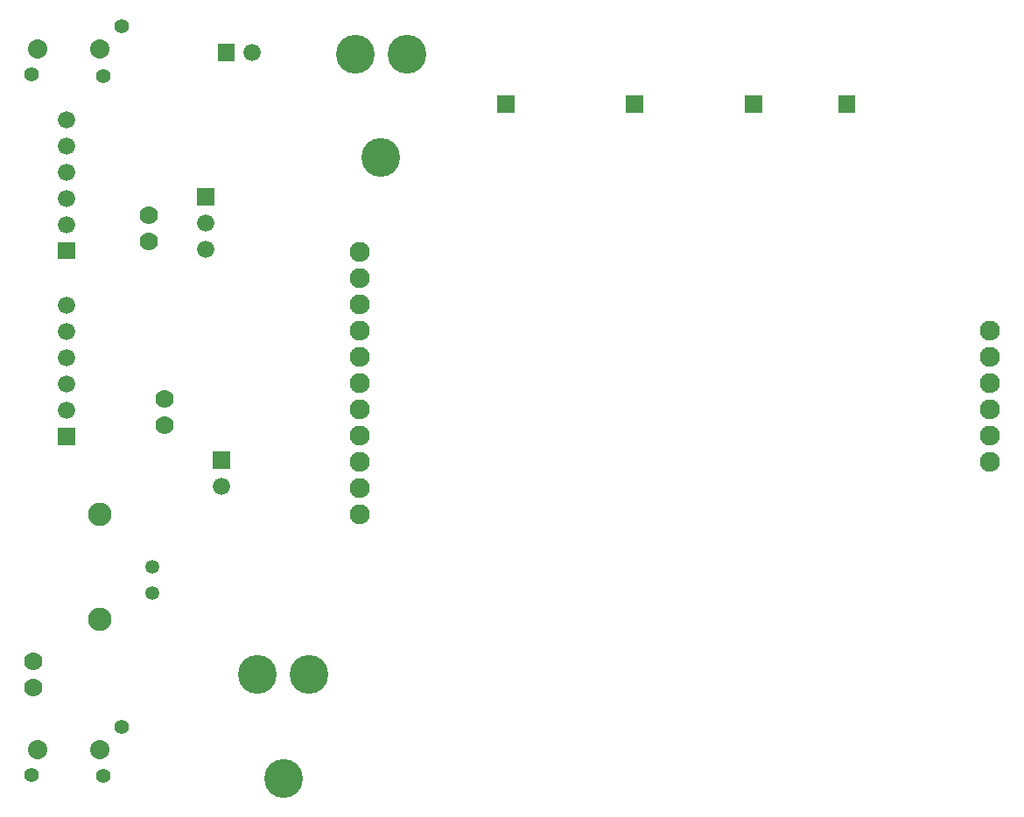
<source format=gbr>
G04 start of page 12 for group -4062 idx -4062 *
G04 Title: uhx1_board, soldermask *
G04 Creator: pcb 20110918 *
G04 CreationDate: Wed Nov 21 15:50:15 2012 UTC *
G04 For: alpsayin *
G04 Format: Gerber/RS-274X *
G04 PCB-Dimensions: 472441 385827 *
G04 PCB-Coordinate-Origin: lower left *
%MOIN*%
%FSLAX25Y25*%
%LNBOTTOMMASK*%
%ADD193C,0.0001*%
%ADD192C,0.0660*%
%ADD191C,0.0760*%
%ADD190C,0.0700*%
%ADD189C,0.0734*%
%ADD188C,0.0532*%
%ADD187C,0.0893*%
%ADD186C,0.0548*%
%ADD185C,0.1477*%
G54D185*X102278Y83664D03*
X112121Y44294D03*
X121964Y83664D03*
G54D186*X16299Y45465D03*
X43465Y45071D03*
G54D187*X42335Y104759D03*
G54D188*X62335Y114759D03*
Y124759D03*
G54D189*X18661Y55308D03*
G54D190*X17000Y88827D03*
Y78827D03*
G54D189*X42283Y55308D03*
G54D186*X50551Y63772D03*
G54D191*X141103Y214990D03*
X381103D03*
X141103Y204990D03*
X381103D03*
Y194990D03*
Y184990D03*
Y174990D03*
Y164990D03*
G54D186*X16299Y312372D03*
X43465Y311978D03*
G54D185*X149354Y280721D03*
G54D192*X29520Y275299D03*
Y285299D03*
Y295299D03*
G54D189*X18661Y322215D03*
G54D193*G36*
X87068Y324183D02*Y317583D01*
X93668D01*
Y324183D01*
X87068D01*
G37*
G54D192*X100368Y320883D03*
G54D185*X139511Y320091D03*
X159197D03*
G54D189*X42283Y322215D03*
G54D186*X50551Y330679D03*
G54D193*G36*
X323388Y304503D02*Y297903D01*
X329988D01*
Y304503D01*
X323388D01*
G37*
G36*
X287964D02*Y297903D01*
X294564D01*
Y304503D01*
X287964D01*
G37*
G36*
X242700D02*Y297903D01*
X249300D01*
Y304503D01*
X242700D01*
G37*
G36*
X193486D02*Y297903D01*
X200086D01*
Y304503D01*
X193486D01*
G37*
G36*
X26220Y177751D02*Y171151D01*
X32820D01*
Y177751D01*
X26220D01*
G37*
G54D192*X29520Y184451D03*
Y194451D03*
Y204451D03*
Y214451D03*
G54D191*X141103Y194990D03*
Y184990D03*
Y174990D03*
Y164990D03*
Y154990D03*
Y144990D03*
G54D187*X42335Y144759D03*
G54D193*G36*
X85260Y168711D02*Y162111D01*
X91860D01*
Y168711D01*
X85260D01*
G37*
G54D192*X88560Y155411D03*
G54D190*X67000Y178827D03*
Y188827D03*
G54D192*X29520Y224451D03*
X82656Y245939D03*
G54D191*X141103Y244990D03*
Y234990D03*
Y224990D03*
G54D193*G36*
X79356Y269239D02*Y262639D01*
X85956D01*
Y269239D01*
X79356D01*
G37*
G54D192*X82656Y255939D03*
G54D193*G36*
X26220Y248599D02*Y241999D01*
X32820D01*
Y248599D01*
X26220D01*
G37*
G54D192*X29520Y255299D03*
Y265299D03*
G54D190*X61000Y248827D03*
Y258827D03*
M02*

</source>
